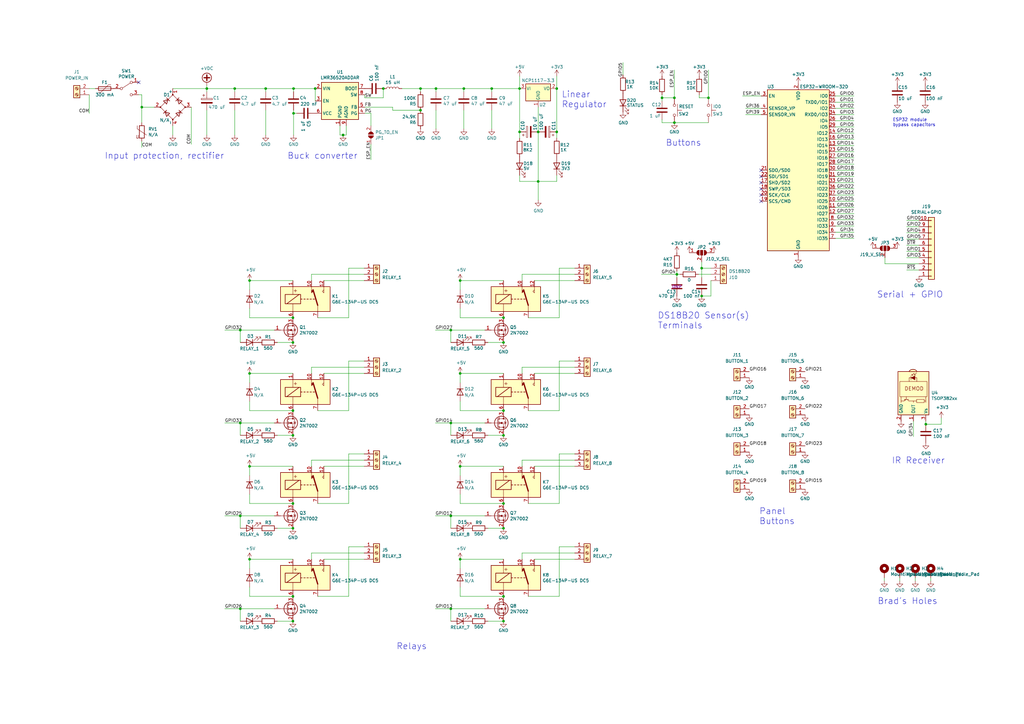
<source format=kicad_sch>
(kicad_sch (version 20211123) (generator eeschema)
  (paper "A3")
  (junction (at 213.106 36.322))
  (junction (at 120.142 206.502))
  (junction (at 190.246 36.322))
  (junction (at 98.552 249.682))
  (junction (at 129.286 36.322))
  (junction (at 120.142 140.462))
  (junction (at 188.722 229.362))
  (junction (at 277.622 112.522))
  (junction (at 188.722 153.162))
  (junction (at 184.912 135.382))
  (junction (at 108.966 36.322))
  (junction (at 96.266 36.322))
  (junction (at 213.106 54.102))
  (junction (at 290.576 40.132))
  (junction (at 120.142 168.402))
  (junction (at 172.466 36.322))
  (junction (at 98.552 135.382))
  (junction (at 206.502 130.302))
  (junction (at 206.502 140.462))
  (junction (at 287.782 121.412))
  (junction (at 276.606 50.292))
  (junction (at 228.346 36.322))
  (junction (at 271.526 40.132))
  (junction (at 228.346 54.102))
  (junction (at 102.362 153.162))
  (junction (at 120.142 254.762))
  (junction (at 102.362 191.262))
  (junction (at 206.502 168.402))
  (junction (at 98.552 211.582))
  (junction (at 102.362 115.062))
  (junction (at 98.552 173.482))
  (junction (at 206.502 178.562))
  (junction (at 84.836 36.322))
  (junction (at 379.73 173.99))
  (junction (at 120.396 36.322))
  (junction (at 140.716 55.372))
  (junction (at 276.606 40.132))
  (junction (at 157.226 36.322))
  (junction (at 188.722 115.062))
  (junction (at 220.726 54.102))
  (junction (at 184.912 211.582))
  (junction (at 120.396 46.482))
  (junction (at 206.502 244.602))
  (junction (at 206.502 206.502))
  (junction (at 120.142 130.302))
  (junction (at 120.142 244.602))
  (junction (at 287.782 109.982))
  (junction (at 206.502 254.762))
  (junction (at 184.912 249.682))
  (junction (at 184.912 173.482))
  (junction (at 172.466 45.212))
  (junction (at 102.362 229.362))
  (junction (at 188.722 191.262))
  (junction (at 220.726 74.422))
  (junction (at 120.142 178.562))
  (junction (at 178.816 36.322))
  (junction (at 206.502 216.662))
  (junction (at 201.676 36.322))
  (junction (at 120.142 216.662))
  (junction (at 58.166 43.942))
  (no_connect (at 312.166 74.93))
  (no_connect (at 312.166 69.85))
  (no_connect (at 312.166 80.01))
  (no_connect (at 312.166 77.47))
  (no_connect (at 312.166 82.55))
  (no_connect (at 56.896 33.782))
  (no_connect (at 312.166 72.39))
  (wire (pts (xy 220.726 74.422) (xy 213.106 74.422)))
  (wire (pts (xy 376.936 98.044) (xy 371.856 98.044)))
  (wire (pts (xy 220.726 43.942) (xy 220.726 54.102)))
  (wire (pts (xy 98.552 249.682) (xy 92.202 249.682)))
  (wire (pts (xy 188.722 153.162) (xy 188.722 156.972)))
  (wire (pts (xy 188.722 202.692) (xy 188.722 206.502)))
  (wire (pts (xy 102.362 115.062) (xy 102.362 118.872)))
  (wire (pts (xy 219.202 153.162) (xy 235.712 153.162)))
  (wire (pts (xy 350.266 92.71) (xy 342.646 92.71)))
  (wire (pts (xy 157.226 40.132) (xy 157.226 36.322)))
  (wire (pts (xy 235.712 109.982) (xy 229.362 109.982)))
  (wire (pts (xy 188.722 164.592) (xy 188.722 168.402)))
  (wire (pts (xy 132.842 115.062) (xy 149.352 115.062)))
  (wire (pts (xy 386.08 173.99) (xy 379.73 173.99)))
  (wire (pts (xy 371.856 105.664) (xy 376.936 105.664)))
  (wire (pts (xy 188.722 244.602) (xy 206.502 244.602)))
  (wire (pts (xy 381.762 238.252) (xy 381.762 236.982)))
  (wire (pts (xy 184.912 140.462) (xy 184.912 135.382)))
  (wire (pts (xy 102.362 229.362) (xy 102.362 233.172)))
  (wire (pts (xy 219.202 229.362) (xy 235.712 229.362)))
  (wire (pts (xy 149.352 188.722) (xy 127.762 188.722)))
  (wire (pts (xy 130.302 130.302) (xy 143.002 130.302)))
  (wire (pts (xy 98.552 216.662) (xy 98.552 211.582)))
  (wire (pts (xy 112.522 173.482) (xy 98.552 173.482)))
  (wire (pts (xy 108.966 36.322) (xy 96.266 36.322)))
  (wire (pts (xy 371.856 103.124) (xy 376.936 103.124)))
  (wire (pts (xy 342.646 59.69) (xy 350.266 59.69)))
  (wire (pts (xy 287.782 107.442) (xy 287.782 109.982)))
  (wire (pts (xy 143.002 148.082) (xy 149.352 148.082)))
  (wire (pts (xy 291.592 115.062) (xy 291.592 121.412)))
  (wire (pts (xy 286.512 112.522) (xy 291.592 112.522)))
  (wire (pts (xy 200.152 254.762) (xy 206.502 254.762)))
  (wire (pts (xy 350.266 82.55) (xy 342.646 82.55)))
  (wire (pts (xy 130.302 244.602) (xy 143.002 244.602)))
  (wire (pts (xy 386.08 171.45) (xy 386.08 173.99)))
  (wire (pts (xy 235.712 150.622) (xy 214.122 150.622)))
  (wire (pts (xy 132.842 153.162) (xy 149.352 153.162)))
  (wire (pts (xy 178.816 45.212) (xy 178.816 52.832)))
  (wire (pts (xy 190.246 45.212) (xy 190.246 52.832)))
  (wire (pts (xy 36.576 38.862) (xy 36.576 46.482)))
  (wire (pts (xy 201.676 37.592) (xy 201.676 36.322)))
  (wire (pts (xy 305.816 44.45) (xy 312.166 44.45)))
  (wire (pts (xy 219.202 191.262) (xy 235.712 191.262)))
  (wire (pts (xy 290.576 28.702) (xy 290.576 40.132)))
  (wire (pts (xy 139.446 55.372) (xy 140.716 55.372)))
  (wire (pts (xy 220.726 54.102) (xy 220.726 74.422)))
  (wire (pts (xy 84.836 55.372) (xy 84.836 45.212)))
  (wire (pts (xy 188.722 130.302) (xy 206.502 130.302)))
  (wire (pts (xy 200.152 216.662) (xy 206.502 216.662)))
  (wire (pts (xy 371.856 90.424) (xy 376.936 90.424)))
  (wire (pts (xy 369.062 238.252) (xy 369.062 236.982)))
  (wire (pts (xy 56.896 38.862) (xy 58.166 38.862)))
  (wire (pts (xy 276.606 50.292) (xy 271.526 50.292)))
  (wire (pts (xy 342.646 52.07) (xy 350.266 52.07)))
  (wire (pts (xy 188.722 206.502) (xy 206.502 206.502)))
  (wire (pts (xy 130.302 168.402) (xy 143.002 168.402)))
  (wire (pts (xy 143.002 224.282) (xy 143.002 244.602)))
  (wire (pts (xy 121.666 46.482) (xy 120.396 46.482)))
  (wire (pts (xy 130.302 206.502) (xy 143.002 206.502)))
  (wire (pts (xy 120.396 45.212) (xy 120.396 46.482)))
  (wire (pts (xy 350.266 72.39) (xy 342.646 72.39)))
  (wire (pts (xy 84.836 37.592) (xy 84.836 36.322)))
  (wire (pts (xy 58.166 60.452) (xy 58.166 57.912)))
  (wire (pts (xy 362.966 105.664) (xy 362.966 108.204)))
  (wire (pts (xy 70.866 51.562) (xy 70.866 55.372)))
  (wire (pts (xy 98.552 140.462) (xy 98.552 135.382)))
  (wire (pts (xy 98.552 211.582) (xy 92.202 211.582)))
  (wire (pts (xy 102.362 191.262) (xy 102.362 195.072)))
  (wire (pts (xy 198.882 173.482) (xy 184.912 173.482)))
  (wire (pts (xy 129.286 36.322) (xy 129.286 41.402)))
  (wire (pts (xy 206.502 191.262) (xy 188.722 191.262)))
  (wire (pts (xy 342.646 80.01) (xy 350.266 80.01)))
  (wire (pts (xy 216.662 168.402) (xy 229.362 168.402)))
  (wire (pts (xy 102.362 164.592) (xy 102.362 168.402)))
  (wire (pts (xy 132.842 229.362) (xy 149.352 229.362)))
  (wire (pts (xy 342.646 85.09) (xy 350.266 85.09)))
  (wire (pts (xy 229.362 109.982) (xy 229.362 130.302)))
  (wire (pts (xy 277.622 111.252) (xy 277.622 112.522)))
  (wire (pts (xy 371.856 100.584) (xy 376.936 100.584)))
  (wire (pts (xy 342.646 97.79) (xy 350.266 97.79)))
  (wire (pts (xy 58.166 38.862) (xy 58.166 43.942)))
  (wire (pts (xy 271.526 40.132) (xy 271.526 41.402)))
  (wire (pts (xy 184.912 249.682) (xy 178.562 249.682)))
  (wire (pts (xy 184.912 211.582) (xy 178.562 211.582)))
  (wire (pts (xy 216.662 244.602) (xy 229.362 244.602)))
  (wire (pts (xy 206.502 229.362) (xy 188.722 229.362)))
  (wire (pts (xy 188.722 191.262) (xy 188.722 195.072)))
  (wire (pts (xy 271.526 38.862) (xy 271.526 40.132)))
  (wire (pts (xy 220.726 74.422) (xy 220.726 82.042)))
  (wire (pts (xy 213.106 54.102) (xy 213.106 56.7014)))
  (wire (pts (xy 112.522 211.582) (xy 98.552 211.582)))
  (wire (pts (xy 287.782 109.982) (xy 287.782 113.792)))
  (wire (pts (xy 216.662 206.502) (xy 229.362 206.502)))
  (wire (pts (xy 120.396 46.482) (xy 120.396 55.372)))
  (wire (pts (xy 84.836 36.322) (xy 96.266 36.322)))
  (wire (pts (xy 102.362 206.502) (xy 120.142 206.502)))
  (wire (pts (xy 161.036 45.212) (xy 172.466 45.212)))
  (wire (pts (xy 184.912 254.762) (xy 184.912 249.682)))
  (wire (pts (xy 58.166 43.942) (xy 58.166 50.292)))
  (wire (pts (xy 376.936 92.964) (xy 371.856 92.964)))
  (wire (pts (xy 198.882 135.382) (xy 184.912 135.382)))
  (wire (pts (xy 98.552 173.482) (xy 92.202 173.482)))
  (wire (pts (xy 113.792 254.762) (xy 120.142 254.762)))
  (wire (pts (xy 286.766 38.862) (xy 286.766 40.132)))
  (wire (pts (xy 143.002 148.082) (xy 143.002 168.402)))
  (wire (pts (xy 178.816 37.592) (xy 178.816 36.322)))
  (wire (pts (xy 149.606 40.132) (xy 149.606 38.862)))
  (wire (pts (xy 149.352 112.522) (xy 127.762 112.522)))
  (wire (pts (xy 113.792 216.662) (xy 120.142 216.662)))
  (wire (pts (xy 143.002 109.982) (xy 143.002 130.302)))
  (wire (pts (xy 350.266 67.31) (xy 342.646 67.31)))
  (wire (pts (xy 350.266 57.15) (xy 342.646 57.15)))
  (wire (pts (xy 188.722 229.362) (xy 188.722 233.172)))
  (wire (pts (xy 127.762 112.522) (xy 127.762 115.062)))
  (wire (pts (xy 255.524 25.654) (xy 255.524 30.723)))
  (wire (pts (xy 271.526 40.132) (xy 276.606 40.132)))
  (wire (pts (xy 78.486 43.942) (xy 78.486 59.182)))
  (wire (pts (xy 102.362 168.402) (xy 120.142 168.402)))
  (wire (pts (xy 198.882 211.582) (xy 184.912 211.582)))
  (wire (pts (xy 108.966 37.592) (xy 108.966 36.322)))
  (wire (pts (xy 228.346 36.322) (xy 228.346 54.102)))
  (wire (pts (xy 206.502 153.162) (xy 188.722 153.162)))
  (wire (pts (xy 235.712 148.082) (xy 229.362 148.082)))
  (wire (pts (xy 342.646 64.77) (xy 350.266 64.77)))
  (wire (pts (xy 201.676 45.212) (xy 201.676 52.832)))
  (wire (pts (xy 149.352 150.622) (xy 127.762 150.622)))
  (wire (pts (xy 188.722 126.492) (xy 188.722 130.302)))
  (wire (pts (xy 141.986 55.372) (xy 140.716 55.372)))
  (wire (pts (xy 188.722 115.062) (xy 188.722 118.872)))
  (wire (pts (xy 213.106 74.422) (xy 213.106 71.9414)))
  (wire (pts (xy 172.466 37.592) (xy 172.466 36.322)))
  (wire (pts (xy 229.362 224.282) (xy 229.362 244.602)))
  (wire (pts (xy 286.766 40.132) (xy 290.576 40.132)))
  (wire (pts (xy 216.662 130.302) (xy 229.362 130.302)))
  (wire (pts (xy 277.622 112.522) (xy 278.892 112.522)))
  (wire (pts (xy 84.836 35.052) (xy 84.836 36.322)))
  (wire (pts (xy 102.362 130.302) (xy 120.142 130.302)))
  (wire (pts (xy 213.106 31.242) (xy 213.106 36.322)))
  (wire (pts (xy 149.606 40.132) (xy 157.226 40.132)))
  (wire (pts (xy 102.362 240.792) (xy 102.362 244.602)))
  (wire (pts (xy 149.352 186.182) (xy 143.002 186.182)))
  (wire (pts (xy 235.712 112.522) (xy 214.122 112.522)))
  (wire (pts (xy 291.592 121.412) (xy 287.782 121.412)))
  (wire (pts (xy 63.246 43.942) (xy 58.166 43.942)))
  (wire (pts (xy 206.502 115.062) (xy 188.722 115.062)))
  (wire (pts (xy 120.142 153.162) (xy 102.362 153.162)))
  (wire (pts (xy 229.362 148.082) (xy 229.362 168.402)))
  (wire (pts (xy 229.362 186.182) (xy 229.362 206.502)))
  (wire (pts (xy 188.722 240.792) (xy 188.722 244.602)))
  (wire (pts (xy 127.762 226.822) (xy 127.762 229.362)))
  (wire (pts (xy 228.346 74.422) (xy 228.346 71.871)))
  (wire (pts (xy 229.362 186.182) (xy 235.712 186.182)))
  (wire (pts (xy 102.362 202.692) (xy 102.362 206.502)))
  (wire (pts (xy 371.856 95.504) (xy 376.936 95.504)))
  (wire (pts (xy 200.152 140.462) (xy 206.502 140.462)))
  (wire (pts (xy 277.622 112.522) (xy 277.622 113.792)))
  (wire (pts (xy 229.362 224.282) (xy 235.712 224.282)))
  (wire (pts (xy 342.646 54.61) (xy 350.266 54.61)))
  (wire (pts (xy 276.606 28.702) (xy 276.606 40.132)))
  (wire (pts (xy 39.116 36.322) (xy 36.576 36.322)))
  (wire (pts (xy 143.002 109.982) (xy 149.352 109.982)))
  (wire (pts (xy 98.552 254.762) (xy 98.552 249.682)))
  (wire (pts (xy 304.546 39.37) (xy 312.166 39.37)))
  (wire (pts (xy 172.466 36.322) (xy 178.816 36.322)))
  (wire (pts (xy 350.266 46.99) (xy 342.646 46.99)))
  (wire (pts (xy 184.912 216.662) (xy 184.912 211.582)))
  (wire (pts (xy 287.782 109.982) (xy 291.592 109.982)))
  (wire (pts (xy 213.106 36.322) (xy 213.106 54.102)))
  (wire (pts (xy 102.362 244.602) (xy 120.142 244.602)))
  (wire (pts (xy 375.412 238.252) (xy 375.412 236.982)))
  (wire (pts (xy 228.346 31.242) (xy 228.346 36.322)))
  (wire (pts (xy 127.762 150.622) (xy 127.762 153.162)))
  (wire (pts (xy 235.712 188.722) (xy 214.122 188.722)))
  (wire (pts (xy 141.986 51.562) (xy 141.986 55.372)))
  (wire (pts (xy 350.266 41.91) (xy 342.646 41.91)))
  (wire (pts (xy 143.002 186.182) (xy 143.002 206.502)))
  (wire (pts (xy 342.646 39.37) (xy 350.266 39.37)))
  (wire (pts (xy 178.816 36.322) (xy 190.246 36.322)))
  (wire (pts (xy 98.552 135.382) (xy 92.202 135.382)))
  (wire (pts (xy 149.352 226.822) (xy 127.762 226.822)))
  (wire (pts (xy 108.966 36.322) (xy 120.396 36.322)))
  (wire (pts (xy 362.966 108.204) (xy 376.936 108.204)))
  (wire (pts (xy 98.552 178.562) (xy 98.552 173.482)))
  (wire (pts (xy 102.362 126.492) (xy 102.362 130.302)))
  (wire (pts (xy 342.646 74.93) (xy 350.266 74.93)))
  (wire (pts (xy 127.762 188.722) (xy 127.762 191.262)))
  (wire (pts (xy 96.266 55.372) (xy 96.266 45.212)))
  (wire (pts (xy 342.646 95.25) (xy 350.266 95.25)))
  (wire (pts (xy 350.266 62.23) (xy 342.646 62.23)))
  (wire (pts (xy 112.522 249.682) (xy 98.552 249.682)))
  (wire (pts (xy 96.266 37.592) (xy 96.266 36.322)))
  (wire (pts (xy 188.722 168.402) (xy 206.502 168.402)))
  (wire (pts (xy 184.912 135.382) (xy 178.562 135.382)))
  (wire (pts (xy 305.816 46.99) (xy 312.166 46.99)))
  (wire (pts (xy 290.576 50.292) (xy 276.606 50.292)))
  (wire (pts (xy 143.002 224.282) (xy 149.352 224.282)))
  (wire (pts (xy 120.142 115.062) (xy 102.362 115.062)))
  (wire (pts (xy 362.712 238.252) (xy 362.712 236.982)))
  (wire (pts (xy 214.122 188.722) (xy 214.122 191.262)))
  (wire (pts (xy 200.152 178.562) (xy 206.502 178.562)))
  (wire (pts (xy 152.146 65.532) (xy 152.146 59.182)))
  (wire (pts (xy 190.246 36.322) (xy 201.676 36.322)))
  (wire (pts (xy 214.122 150.622) (xy 214.122 153.162)))
  (wire (pts (xy 271.272 112.522) (xy 277.622 112.522)))
  (wire (pts (xy 214.122 112.522) (xy 214.122 115.062)))
  (wire (pts (xy 112.522 135.382) (xy 98.552 135.382)))
  (wire (pts (xy 161.036 43.942) (xy 161.036 45.212)))
  (wire (pts (xy 201.676 36.322) (xy 213.106 36.322)))
  (wire (pts (xy 184.912 173.482) (xy 178.562 173.482)))
  (wire (pts (xy 228.346 54.102) (xy 228.346 56.631)))
  (wire (pts (xy 371.856 110.744) (xy 376.936 110.744)))
  (wire (pts (xy 190.246 37.592) (xy 190.246 36.322)))
  (wire (pts (xy 342.646 69.85) (xy 350.266 69.85)))
  (wire (pts (xy 184.912 178.562) (xy 184.912 173.482)))
  (wire (pts (xy 102.362 153.162) (xy 102.362 156.972)))
  (wire (pts (xy 108.966 55.372) (xy 108.966 45.212)))
  (wire (pts (xy 149.606 46.482) (xy 152.146 46.482)))
  (wire (pts (xy 214.122 226.822) (xy 214.122 229.362)))
  (wire (pts (xy 342.646 49.53) (xy 350.266 49.53)))
  (wire (pts (xy 271.526 50.292) (xy 271.526 49.022)))
  (wire (pts (xy 113.792 178.562) (xy 120.142 178.562)))
  (wire (pts (xy 220.726 74.422) (xy 228.346 74.422)))
  (wire (pts (xy 120.142 191.262) (xy 102.362 191.262)))
  (wire (pts (xy 70.866 36.322) (xy 84.836 36.322)))
  (wire (pts (xy 113.792 140.462) (xy 120.142 140.462)))
  (wire (pts (xy 342.646 44.45) (xy 350.266 44.45)))
  (wire (pts (xy 350.266 87.63) (xy 342.646 87.63)))
  (wire (pts (xy 120.396 36.322) (xy 129.286 36.322)))
  (wire (pts (xy 219.202 115.062) (xy 235.712 115.062)))
  (wire (pts (xy 139.446 51.562) (xy 139.446 55.372)))
  (wire (pts (xy 235.712 226.822) (xy 214.122 226.822)))
  (wire (pts (xy 120.142 229.362) (xy 102.362 229.362)))
  (wire (pts (xy 152.146 46.482) (xy 152.146 51.562)))
  (wire (pts (xy 164.846 36.322) (xy 172.466 36.322)))
  (wire (pts (xy 342.646 90.17) (xy 350.266 90.17)))
  (wire (pts (xy 379.73 173.99) (xy 379.73 172.72)))
  (wire (pts (xy 374.65 172.72) (xy 374.65 179.07)))
  (wire (pts (xy 120.396 37.592) (xy 120.396 36.322)))
  (wire (pts (xy 132.842 191.262) (xy 149.352 191.262)))
  (wire (pts (xy 149.606 43.942) (xy 161.036 43.942)))
  (wire (pts (xy 350.266 77.47) (xy 342.646 77.47)))
  (wire (pts (xy 198.882 249.682) (xy 184.912 249.682)))
  (text "Buttons" (at 273.05 60.198 0) (effects (font (size 2.54 2.54)) (justify left bottom)))
  (text "Buck converter" (at 117.856 65.532 0) (effects (font (size 2.54 2.54)) (justify left bottom)))
  (text "DS18B20 Sensor(s)\nTerminals" (at 269.748 135.128 0) (effects (font (size 2.54 2.54)) (justify left bottom)))
  (text "ESP32 module\nbypass capacitors" (at 366.141 52.07 0) (effects (font (size 1.27 1.27)) (justify left bottom)))
  (text "Linear\nRegulator" (at 230.378 44.45 0) (effects (font (size 2.54 2.54)) (justify left bottom)))
  (text "Input protection, rectifier" (at 42.926 65.532 0) (effects (font (size 2.54 2.54)) (justify left bottom)))
  (text "Panel\nButtons" (at 311.404 215.392 0) (effects (font (size 2.54 2.54)) (justify left bottom)))
  (text "Relays" (at 162.56 266.7 0) (effects (font (size 2.54 2.54)) (justify left bottom)))
  (text "IR Receiver" (at 365.76 190.5 0) (effects (font (size 2.54 2.54)) (justify left bottom)))
  (text "Brad's Holes" (at 359.918 248.158 0) (effects (font (size 2.54 2.54)) (justify left bottom)))
  (text "Serial + GPIO" (at 359.664 122.428 0) (effects (font (size 2.54 2.54)) (justify left bottom)))
  (label "GPIO14" (at 350.266 59.69 180))
  (label "GPIO15" (at 330.2 198.12 0))
  (label "GPIO12" (at 350.266 54.61 180))
  (label "GPIO14" (at 178.562 173.482 0))
  (label "GPIO22" (at 330.2 167.64 0))
  (label "GPIO26" (at 92.202 249.682 0))
  (label "GPI34" (at 374.65 179.07 90))
  (label "GPIO27" (at 350.266 87.63 180))
  (label "GPIO4" (at 350.266 49.53 180))
  (label "GPIO17" (at 350.266 67.31 180))
  (label "~{DTR}" (at 371.856 100.584 0))
  (label "GPIO1" (at 371.856 103.124 0))
  (label "GPI34" (at 350.266 95.25 180))
  (label "GPIO19" (at 350.266 72.39 180))
  (label "~{RTS}" (at 371.856 110.744 0))
  (label "GPIO2" (at 350.266 44.45 180))
  (label "GPIO17" (at 307.34 167.64 0))
  (label "GPIO2" (at 371.856 92.964 0))
  (label "GPIO23" (at 330.2 182.88 0))
  (label "GPIO0" (at 371.856 90.424 0))
  (label "GPIO13" (at 178.562 249.682 0))
  (label "GPIO3" (at 371.856 105.664 0))
  (label "GPIO32" (at 92.202 135.382 0))
  (label "GPIO32" (at 350.266 90.17 180))
  (label "GPIO22" (at 350.266 77.47 180))
  (label "GPIO16" (at 350.266 64.77 180))
  (label "GPIO26" (at 350.266 85.09 180))
  (label "GPIO27" (at 178.562 135.382 0))
  (label "GPIO23" (at 350.266 80.01 180))
  (label "GPIO15" (at 350.266 62.23 180))
  (label "GPIO19" (at 307.34 198.12 0))
  (label "GPIO0" (at 290.576 28.702 270))
  (label "GPIO21" (at 350.266 74.93 180))
  (label "GPIO25" (at 350.266 82.55 180))
  (label "GPI39" (at 305.816 46.99 0))
  (label "ESP_EN" (at 304.546 39.37 0))
  (label "GPIO18" (at 350.266 69.85 180))
  (label "GPIO4" (at 371.856 95.504 0))
  (label "GPIO16" (at 307.34 152.4 0))
  (label "GPI35" (at 350.266 97.79 180))
  (label "SW" (at 149.606 40.132 0))
  (label "GPIO4" (at 271.272 112.522 0))
  (label "GPIO0" (at 350.266 39.37 180))
  (label "COM" (at 36.576 46.482 180))
  (label "GPIO12" (at 178.562 211.582 0))
  (label "GPI36" (at 305.816 44.45 0))
  (label "GPIO5" (at 255.524 25.654 270))
  (label "GPIO33" (at 350.266 92.71 180))
  (label "PG" (at 149.606 46.482 0))
  (label "GPIO25" (at 92.202 211.582 0))
  (label "GPIO21" (at 330.2 152.4 0))
  (label "GPIO5" (at 350.266 52.07 180))
  (label "GPIO5" (at 371.856 98.044 0))
  (label "COM" (at 58.166 60.452 0))
  (label "GPIO33" (at 92.202 173.482 0))
  (label "FB" (at 149.606 43.942 0))
  (label "GPIO13" (at 350.266 57.15 180))
  (label "GPIO3" (at 350.266 46.99 180))
  (label "ESP_EN" (at 276.606 28.702 270))
  (label "GPIO18" (at 307.34 182.88 0))
  (label "GPIO1" (at 350.266 41.91 180))
  (label "ESP_EN" (at 152.146 65.532 90))
  (label "COM" (at 78.486 59.182 90))
  (symbol (lib_id "power:GND") (at 96.266 55.372 0) (unit 1)
    (property "Reference" "#PWR04" (effects hide))
    (property "Value" "GND" (at 96.266 59.182 0))
  )
  (symbol (lib_id "RF_Module:ESP32-WROOM-32D") (at 327.406 69.85 0) (unit 1)
    (property "Reference" "U3" (at 314.706 35.56 0) (effects (justify left)))
    (property "Value" "ESP32-WROOM-32D" (at 328.041 35.56 0) (effects (justify left)))
    (property "Footprint" "RF_Module:ESP32-WROOM-32" (effects hide))
    (property "Datasheet" "https://www.espressif.com/sites/default/files/documentation/esp32-wroom-32d_esp32-wroom-32u_datasheet_en.pdf" (effects hide))
    (property "MPN1" "ESP32-WROOM-32D" (effects hide))
  )
  (symbol (lib_id "Regulator_Linear:NCP1117-3.3_TO252") (at 220.726 36.322 0) (unit 1)
    (property "Reference" "U2" (at 222.504 42.926 0))
    (property "Value" "NCP1117-3.3" (at 220.726 33.02 0))
    (property "Footprint" "Package_TO_SOT_SMD:TO-252-2" (effects hide))
    (property "Datasheet" "http://www.onsemi.com/pub_link/Collateral/NCP1117-D.PDF" (effects hide))
  )
  (symbol (lib_id "power:+3.3V") (at 368.046 34.29 0) (unit 1)
    (property "Reference" "#PWR052" (effects hide))
    (property "Value" "+3.3V" (at 368.046 30.48 0))
  )
  (symbol (lib_id "power:+5V") (at 102.362 229.362 0) (unit 1)
    (property "Reference" "#PWR08" (effects hide))
    (property "Value" "+5V" (at 102.743 224.9678 0))
  )
  (symbol (lib_id "Device:C") (at 190.246 41.402 0) (unit 1)
    (property "Reference" "C8" (at 193.167 40.2336 0) (effects (justify left)))
    (property "Value" "47 uF" (at 193.167 42.545 0) (effects (justify left)))
    (property "Footprint" "Capacitor_SMD:C_1210_3225Metric" (effects hide))
    (property "MPN1" "GRM32ER61C476KE15L" (effects hide))
  )
  (symbol (lib_id "Connector:Screw_Terminal_01x02") (at 31.496 38.862 180) (unit 1)
    (property "Reference" "J1" (at 31.496 29.464 0))
    (property "Value" "POWER_IN" (at 31.496 32.004 0))
    (property "Footprint" "TerminalBlock_Phoenix:TerminalBlock_Phoenix_PT-1,5-2-3.5-H_1x02_P3.50mm_Horizontal" (effects hide))
  )
  (symbol (lib_id "power:GND") (at 307.34 185.42 0) (unit 1)
    (property "Reference" "#PWR042" (effects hide))
    (property "Value" "GND" (at 307.34 189.23 0))
  )
  (symbol (lib_id "Device:LED") (at 255.524 42.153 90) (unit 1)
    (property "Reference" "D20" (at 257.048 41.148 90) (effects (justify right)))
    (property "Value" "STATUS" (at 257.048 43.18 90) (effects (justify right)))
    (property "Footprint" "LED_SMD:LED_0805_2012Metric" (effects hide))
    (property "MPN1" "597-6901-607F" (effects hide))
  )
  (symbol (lib_id "Device:R") (at 109.982 178.562 270) (unit 1)
    (property "Reference" "R2" (at 109.982 176.276 90))
    (property "Value" "560" (at 109.982 180.848 90))
    (property "Footprint" "Resistor_SMD:R_0805_2012Metric" (effects hide))
    (property "MPN1" "RT0805FRE07560RL" (effects hide))
  )
  (symbol (lib_id "Switch:SW_SPDT") (at 51.816 36.322 0) (unit 1)
    (property "Reference" "SW1" (at 51.816 29.083 0))
    (property "Value" "POWER" (at 51.816 31.3944 0))
    (property "Footprint" "Button_Switch_THT:SW_Push_1P2T_Vertical_E-Switch_800UDP8P1A1M6" (effects hide))
    (property "MPN1" "48BFSP1M6QT" (effects hide))
  )
  (symbol (lib_id "Device:C") (at 368.046 38.1 0) (unit 1)
    (property "Reference" "C15" (at 370.332 35.814 0))
    (property "Value" "10 uF" (at 371.348 40.386 0))
    (property "Footprint" "Capacitor_SMD:C_0805_2012Metric" (effects hide))
    (property "MPN1" "GRM21BC81C106ME15L" (effects hide))
  )
  (symbol (lib_id "power:GND") (at 379.476 41.91 0) (unit 1)
    (property "Reference" "#PWR060" (effects hide))
    (property "Value" "GND" (at 379.476 45.72 0))
  )
  (symbol (lib_id "power:GND") (at 140.716 55.372 0) (unit 1)
    (property "Reference" "#PWR015" (effects hide))
    (property "Value" "GND" (at 140.716 59.182 0))
  )
  (symbol (lib_id "Device:R") (at 282.702 112.522 90) (unit 1)
    (property "Reference" "R16" (at 280.67 110.236 90) (effects (justify right)))
    (property "Value" "0" (at 281.94 114.808 90) (effects (justify right)))
    (property "Footprint" "Resistor_SMD:R_0805_2012Metric" (effects hide))
    (property "Part" "RC0805FR-070RL" (effects hide))
  )
  (symbol (lib_id "power:+3.3V") (at 379.476 34.29 0) (unit 1)
    (property "Reference" "#PWR059" (effects hide))
    (property "Value" "+3.3V" (at 379.476 30.48 0))
  )
  (symbol (lib_id "power:GND") (at 120.142 140.462 0) (unit 1)
    (property "Reference" "#PWR010" (effects hide))
    (property "Value" "GND" (at 120.142 144.272 0))
  )
  (symbol (lib_id "Connector:Screw_Terminal_01x03") (at 154.432 188.722 0) (unit 1)
    (property "Reference" "J4" (at 156.718 187.4519 0) (effects (justify left)))
    (property "Value" "RELAY_4" (at 156.718 189.9919 0) (effects (justify left)))
    (property "Footprint" "TerminalBlock_Phoenix:TerminalBlock_Phoenix_PT-1,5-3-3.5-H_1x03_P3.50mm_Horizontal" (effects hide))
  )
  (symbol (lib_id "Transistor_FET:2N7002") (at 203.962 135.382 0) (unit 1)
    (property "Reference" "Q5" (at 209.1436 134.2136 0) (effects (justify left)))
    (property "Value" "2N7002" (at 209.1436 136.525 0) (effects (justify left)))
    (property "Footprint" "Package_TO_SOT_SMD:SOT-23" (effects hide))
    (property "Datasheet" "https://www.fairchildsemi.com/datasheets/2N/2N7002.pdf" (effects hide))
    (property "MPN1" "2N7002" (effects hide))
  )
  (symbol (lib_id "Diode:1N4148W") (at 188.722 198.882 270) (unit 1)
    (property "Reference" "D14" (at 190.5 197.612 90) (effects (justify left)))
    (property "Value" "N/A" (at 190.5 200.152 90) (effects (justify left)))
    (property "Footprint" "Diode_SMD:D_SOD-123" (effects hide))
    (property "Datasheet" "https://www.vishay.com/docs/85748/1n4148w.pdf" (effects hide))
    (property "MPN1" "1N4148W" (effects hide))
  )
  (symbol (lib_id "Device:LED") (at 102.362 254.762 180) (unit 1)
    (property "Reference" "D9" (at 101.346 252.222 0) (effects (justify right)))
    (property "Value" "RELAY_3" (at 98.298 257.302 0) (effects (justify right)))
    (property "Footprint" "LED_SMD:LED_0805_2012Metric" (effects hide))
    (property "MPN1" "APTL3216CGCK" (effects hide))
  )
  (symbol (lib_id "Device:R") (at 271.526 35.052 0) (unit 1)
    (property "Reference" "R14" (at 268.224 34.036 0))
    (property "Value" "10K" (at 268.224 36.068 0))
    (property "Footprint" "Resistor_SMD:R_0805_2012Metric" (effects hide))
    (property "MPN1" "RC0805FR-0710KL" (effects hide))
  )
  (symbol (lib_id "power:+3V3") (at 292.862 103.632 0) (unit 1)
    (property "Reference" "#PWR039" (effects hide))
    (property "Value" "+3V3" (at 292.862 99.822 0))
  )
  (symbol (lib_id "Jumper:SolderJumper_3_Open") (at 362.966 101.854 0) (unit 1)
    (property "Reference" "JP3" (at 362.966 99.568 0))
    (property "Value" "J19_V_SEL" (at 357.632 104.394 0))
    (property "Footprint" "Jumper:SolderJumper-3_P1.3mm_Open_RoundedPad1.0x1.5mm" (effects hide))
    (property "Population" "DNF" (effects hide))
    (property "MPN1" "N/A" (effects hide))
  )
  (symbol (lib_id "power:GND") (at 70.866 55.372 0) (unit 1)
    (property "Reference" "#PWR01" (effects hide))
    (property "Value" "GND" (at 70.866 59.182 0))
  )
  (symbol (lib_id "Device:R") (at 109.982 140.462 270) (unit 1)
    (property "Reference" "R1" (at 109.982 138.176 90))
    (property "Value" "560" (at 109.982 142.748 90))
    (property "Footprint" "Resistor_SMD:R_0805_2012Metric" (effects hide))
    (property "MPN1" "RT0805FRE07560RL" (effects hide))
  )
  (symbol (lib_id "Device:LED") (at 188.722 178.562 180) (unit 1)
    (property "Reference" "D13" (at 187.706 176.022 0) (effects (justify right)))
    (property "Value" "RELAY_6" (at 184.658 181.102 0) (effects (justify right)))
    (property "Footprint" "LED_SMD:LED_0805_2012Metric" (effects hide))
    (property "MPN1" "APTL3216CGCK" (effects hide))
  )
  (symbol (lib_id "power:GND") (at 330.2 185.42 0) (unit 1)
    (property "Reference" "#PWR048" (effects hide))
    (property "Value" "GND" (at 330.2 189.23 0))
  )
  (symbol (lib_id "Connector_Generic:Conn_01x10") (at 382.016 103.124 0) (mirror x) (unit 1)
    (property "Reference" "J19" (at 379.9332 84.709 0))
    (property "Value" "SERIAL+GPIO" (at 379.9332 87.0204 0))
    (property "Footprint" "Connector_PinSocket_2.54mm:PinSocket_1x10_P2.54mm_Vertical" (effects hide))
  )
  (symbol (lib_id "power:GND") (at 362.712 238.252 0) (unit 1)
    (property "Reference" "#PWR051" (effects hide))
    (property "Value" "GND" (at 362.712 242.062 0))
  )
  (symbol (lib_id "Connector:Screw_Terminal_01x02") (at 325.12 154.94 180) (unit 1)
    (property "Reference" "J15" (at 325.12 145.542 0))
    (property "Value" "BUTTON_5" (at 325.12 148.082 0))
    (property "Footprint" "TerminalBlock_Phoenix:TerminalBlock_Phoenix_PT-1,5-2-3.5-H_1x02_P3.50mm_Horizontal" (effects hide))
  )
  (symbol (lib_id "Transistor_FET:2N7002") (at 117.602 173.482 0) (unit 1)
    (property "Reference" "Q2" (at 122.7836 172.3136 0) (effects (justify left)))
    (property "Value" "2N7002" (at 122.7836 174.625 0) (effects (justify left)))
    (property "Footprint" "Package_TO_SOT_SMD:SOT-23" (effects hide))
    (property "Datasheet" "https://www.fairchildsemi.com/datasheets/2N/2N7002.pdf" (effects hide))
    (property "MPN1" "2N7002" (effects hide))
  )
  (symbol (lib_id "Device:C") (at 96.266 41.402 0) (unit 1)
    (property "Reference" "C2" (at 98.806 40.132 0) (effects (justify left)))
    (property "Value" "4.7 uF" (at 98.806 42.672 0) (effects (justify left)))
    (property "Footprint" "Capacitor_SMD:C_0805_2012Metric" (effects hide))
    (property "MPN1" "C2012X5R1H475K125AB" (effects hide))
  )
  (symbol (lib_id "Device:C") (at 271.526 45.212 0) (unit 1)
    (property "Reference" "C12" (at 269.24 42.926 0))
    (property "Value" "1 uF" (at 268.732 47.498 0))
    (property "Footprint" "Capacitor_SMD:C_0805_2012Metric" (effects hide))
    (property "MPN1" "C2012X5R1E105M125AA" (effects hide))
  )
  (symbol (lib_id "Diode:1N4148W") (at 188.722 236.982 270) (unit 1)
    (property "Reference" "D16" (at 190.5 235.712 90) (effects (justify left)))
    (property "Value" "N/A" (at 190.5 238.252 90) (effects (justify left)))
    (property "Footprint" "Diode_SMD:D_SOD-123" (effects hide))
    (property "Datasheet" "https://www.vishay.com/docs/85748/1n4148w.pdf" (effects hide))
    (property "MPN1" "1N4148W" (effects hide))
  )
  (symbol (lib_id "Relay:G6E") (at 125.222 198.882 0) (unit 1)
    (property "Reference" "K3" (at 136.144 197.7136 0) (effects (justify left)))
    (property "Value" "G6E-134P-US DC5" (at 136.144 200.025 0) (effects (justify left)))
    (property "Footprint" "Relay_THT:Relay_SPDT_Omron_G6E" (effects hide))
    (property "Datasheet" "https://www.omron.com/ecb/products/pdf/en-g6e.pdf" (effects hide))
    (property "MPN1" "G6E-134P-US DC5" (effects hide))
  )
  (symbol (lib_id "Regulator_Switching:LMR33630ADDA") (at 139.446 41.402 0) (unit 1)
    (property "Reference" "U1" (at 139.446 29.5402 0))
    (property "Value" "LMR36520ADDAR" (at 139.446 31.8516 0))
    (property "Footprint" "Package_SO:Texas_HSOP-8-1EP_3.9x4.9mm_P1.27mm_ThermalVias" (effects hide))
    (property "Datasheet" "https://www.ti.com/lit/ds/symlink/lmr36520.pdf" (effects hide))
    (property "MPN1" "LMR36520ADDAR" (effects hide))
  )
  (symbol (lib_id "Relay:G6E") (at 125.222 236.982 0) (unit 1)
    (property "Reference" "K4" (at 136.144 235.8136 0) (effects (justify left)))
    (property "Value" "G6E-134P-US DC5" (at 136.144 238.125 0) (effects (justify left)))
    (property "Footprint" "Relay_THT:Relay_SPDT_Omron_G6E" (effects hide))
    (property "Datasheet" "https://www.omron.com/ecb/products/pdf/en-g6e.pdf" (effects hide))
    (property "MPN1" "G6E-134P-US DC5" (effects hide))
  )
  (symbol (lib_id "power:+5V") (at 102.362 153.162 0) (unit 1)
    (property "Reference" "#PWR06" (effects hide))
    (property "Value" "+5V" (at 102.743 148.7678 0))
  )
  (symbol (lib_id "power:+3.3V") (at 386.08 171.45 0) (unit 1)
    (property "Reference" "#PWR063" (effects hide))
    (property "Value" "+3.3V" (at 386.461 167.0558 0))
  )
  (symbol (lib_id "power:GND") (at 120.142 254.762 0) (unit 1)
    (property "Reference" "#PWR013" (effects hide))
    (property "Value" "GND" (at 120.142 258.572 0))
  )
  (symbol (lib_id "power:GND") (at 368.046 41.91 0) (unit 1)
    (property "Reference" "#PWR053" (effects hide))
    (property "Value" "GND" (at 368.046 45.72 0))
  )
  (symbol (lib_id "Device:LED") (at 102.362 216.662 180) (unit 1)
    (property "Reference" "D7" (at 101.346 214.122 0) (effects (justify right)))
    (property "Value" "RELAY_4" (at 98.298 219.202 0) (effects (justify right)))
    (property "Footprint" "LED_SMD:LED_0805_2012Metric" (effects hide))
    (property "MPN1" "APTL3216CGCK" (effects hide))
  )
  (symbol (lib_id "Connector:Screw_Terminal_01x02") (at 325.12 185.42 180) (unit 1)
    (property "Reference" "J17" (at 325.12 176.022 0))
    (property "Value" "BUTTON_7" (at 325.12 178.562 0))
    (property "Footprint" "TerminalBlock_Phoenix:TerminalBlock_Phoenix_PT-1,5-2-3.5-H_1x02_P3.50mm_Horizontal" (effects hide))
  )
  (symbol (lib_id "power:GND") (at 327.406 105.41 0) (unit 1)
    (property "Reference" "#PWR045" (effects hide))
    (property "Value" "GND" (at 327.406 109.22 0))
  )
  (symbol (lib_id "Device:LED") (at 188.722 254.762 180) (unit 1)
    (property "Reference" "D17" (at 187.706 252.222 0) (effects (justify right)))
    (property "Value" "RELAY_7" (at 184.658 257.302 0) (effects (justify right)))
    (property "Footprint" "LED_SMD:LED_0805_2012Metric" (effects hide))
    (property "MPN1" "APTL3216CGCK" (effects hide))
  )
  (symbol (lib_id "Connector:Screw_Terminal_01x03") (at 154.432 226.822 0) (unit 1)
    (property "Reference" "J5" (at 156.718 225.5519 0) (effects (justify left)))
    (property "Value" "RELAY_3" (at 156.718 228.0919 0) (effects (justify left)))
    (property "Footprint" "TerminalBlock_Phoenix:TerminalBlock_Phoenix_PT-1,5-3-3.5-H_1x03_P3.50mm_Horizontal" (effects hide))
  )
  (symbol (lib_id "Device:C") (at 201.676 41.402 0) (unit 1)
    (property "Reference" "C9" (at 204.597 40.2336 0) (effects (justify left)))
    (property "Value" "47 uF" (at 204.597 42.545 0) (effects (justify left)))
    (property "Footprint" "Capacitor_SMD:C_1210_3225Metric" (effects hide))
    (property "MPN1" "GRM32ER61C476KE15L" (effects hide))
  )
  (symbol (lib_id "Device:LED") (at 102.362 178.562 180) (unit 1)
    (property "Reference" "D5" (at 101.346 176.022 0) (effects (justify right)))
    (property "Value" "RELAY_2" (at 98.298 181.102 0) (effects (justify right)))
    (property "Footprint" "LED_SMD:LED_0805_2012Metric" (effects hide))
    (property "MPN1" "APTL3216CGCK" (effects hide))
  )
  (symbol (lib_id "power:GND") (at 178.816 52.832 0) (unit 1)
    (property "Reference" "#PWR017" (effects hide))
    (property "Value" "GND" (at 178.816 56.642 0))
  )
  (symbol (lib_id "Relay:G6E") (at 211.582 122.682 0) (unit 1)
    (property "Reference" "K5" (at 222.504 121.5136 0) (effects (justify left)))
    (property "Value" "G6E-134P-US DC5" (at 222.504 123.825 0) (effects (justify left)))
    (property "Footprint" "Relay_THT:Relay_SPDT_Omron_G6E" (effects hide))
    (property "Datasheet" "https://www.omron.com/ecb/products/pdf/en-g6e.pdf" (effects hide))
    (property "MPN1" "G6E-134P-US DC5" (effects hide))
  )
  (symbol (lib_id "Interface_Optical:TSOP382xx") (at 374.65 162.56 270) (unit 1)
    (property "Reference" "U4" (at 381.9652 161.0868 90) (effects (justify left)))
    (property "Value" "TSOP382xx" (at 381.9652 163.3982 90) (effects (justify left)))
    (property "Footprint" "OptoDevice:Vishay_MINICAST-3Pin" (effects hide))
    (property "Datasheet" "http://www.vishay.com/docs/82491/tsop382.pdf" (effects hide))
  )
  (symbol (lib_id "Device:LED") (at 213.106 68.1314 90) (unit 1)
    (property "Reference" "D18" (at 214.63 67.056 90) (effects (justify right)))
    (property "Value" "5V" (at 214.63 69.088 90) (effects (justify right)))
    (property "Footprint" "LED_SMD:LED_0805_2012Metric" (effects hide))
    (property "MPN1" "597-6901-607F" (effects hide))
  )
  (symbol (lib_id "Relay:G6E") (at 125.222 160.782 0) (unit 1)
    (property "Reference" "K2" (at 136.144 159.6136 0) (effects (justify left)))
    (property "Value" "G6E-134P-US DC5" (at 136.144 161.925 0) (effects (justify left)))
    (property "Footprint" "Relay_THT:Relay_SPDT_Omron_G6E" (effects hide))
    (property "Datasheet" "https://www.omron.com/ecb/products/pdf/en-g6e.pdf" (effects hide))
    (property "MPN1" "G6E-134P-US DC5" (effects hide))
  )
  (symbol (lib_id "power:+3V3") (at 327.406 34.29 0) (unit 1)
    (property "Reference" "#PWR044" (effects hide))
    (property "Value" "+3V3" (at 327.406 30.48 0))
  )
  (symbol (lib_id "power:+5V") (at 357.886 101.854 0) (unit 1)
    (property "Reference" "#PWR050" (effects hide))
    (property "Value" "+5V" (at 357.886 98.044 0))
  )
  (symbol (lib_id "Device:Polyfuse") (at 42.926 36.322 270) (unit 1)
    (property "Reference" "F1" (at 42.926 33.782 90))
    (property "Value" "300 mA" (at 42.926 38.862 90))
    (property "Footprint" "Fuse:Fuse_2920_7451Metric" (effects hide))
    (property "Datasheet" "http://m.littelfuse.com/~/media/electronics/datasheets/resettable_ptcs/littelfuse_ptc_2920l_datasheet.pdf.pdf" (effects hide))
    (property "MPN1" "2920L030DR" (effects hide))
  )
  (symbol (lib_id "Connector:Screw_Terminal_01x03") (at 240.792 188.722 0) (unit 1)
    (property "Reference" "J8" (at 243.078 187.4519 0) (effects (justify left)))
    (property "Value" "RELAY_8" (at 243.078 189.9919 0) (effects (justify left)))
    (property "Footprint" "TerminalBlock_Phoenix:TerminalBlock_Phoenix_PT-1,5-3-3.5-H_1x03_P3.50mm_Horizontal" (effects hide))
  )
  (symbol (lib_id "Device:R") (at 109.982 216.662 270) (unit 1)
    (property "Reference" "R3" (at 109.982 214.376 90))
    (property "Value" "560" (at 109.982 218.948 90))
    (property "Footprint" "Resistor_SMD:R_0805_2012Metric" (effects hide))
    (property "MPN1" "RT0805FRE07560RL" (effects hide))
  )
  (symbol (lib_id "power:GND") (at 206.502 178.562 0) (unit 1)
    (property "Reference" "#PWR025" (effects hide))
    (property "Value" "GND" (at 206.502 182.372 0))
  )
  (symbol (lib_id "Connector:Screw_Terminal_01x03") (at 240.792 150.622 0) (unit 1)
    (property "Reference" "J7" (at 243.078 149.3519 0) (effects (justify left)))
    (property "Value" "RELAY_6" (at 243.078 151.8919 0) (effects (justify left)))
    (property "Footprint" "TerminalBlock_Phoenix:TerminalBlock_Phoenix_PT-1,5-3-3.5-H_1x03_P3.50mm_Horizontal" (effects hide))
  )
  (symbol (lib_id "Device:R") (at 172.466 41.402 0) (unit 1)
    (property "Reference" "R5" (at 170.688 42.5704 0) (effects (justify right)))
    (property "Value" "100K" (at 170.688 40.259 0) (effects (justify right)))
    (property "Footprint" "Resistor_SMD:R_0805_2012Metric" (effects hide))
    (property "MPN1" "RC0805FR-07100KL" (effects hide))
  )
  (symbol (lib_id "Transistor_FET:2N7002") (at 117.602 135.382 0) (unit 1)
    (property "Reference" "Q1" (at 122.7836 134.2136 0) (effects (justify left)))
    (property "Value" "2N7002" (at 122.7836 136.525 0) (effects (justify left)))
    (property "Footprint" "Package_TO_SOT_SMD:SOT-23" (effects hide))
    (property "Datasheet" "https://www.fairchildsemi.com/datasheets/2N/2N7002.pdf" (effects hide))
    (property "MPN1" "2N7002" (effects hide))
  )
  (symbol (lib_id "Connector:Screw_Terminal_01x02") (at 325.12 170.18 180) (unit 1)
    (property "Reference" "J16" (at 325.12 160.782 0))
    (property "Value" "BUTTON_6" (at 325.12 163.322 0))
    (property "Footprint" "TerminalBlock_Phoenix:TerminalBlock_Phoenix_PT-1,5-2-3.5-H_1x02_P3.50mm_Horizontal" (effects hide))
  )
  (symbol (lib_id "power:GND") (at 120.142 178.562 0) (unit 1)
    (property "Reference" "#PWR011" (effects hide))
    (property "Value" "GND" (at 120.142 182.372 0))
  )
  (symbol (lib_id "power:GND") (at 201.676 52.832 0) (unit 1)
    (property "Reference" "#PWR023" (effects hide))
    (property "Value" "GND" (at 201.676 56.642 0))
  )
  (symbol (lib_id "Device:CP") (at 224.536 54.102 270) (mirror x) (unit 1)
    (property "Reference" "C11" (at 227.076 53.467 0) (effects (justify left)))
    (property "Value" "100 uF" (at 221.996 53.467 0) (effects (justify left)))
    (property "Footprint" "Capacitor_SMD:CP_Elec_5x5.4" (effects hide))
    (property "Datasheet" "https://www.cde.com/resources/catalogs/AFK.pdf" (effects hide))
    (property "Part" "UWR1A101MCL1GB" (effects hide))
  )
  (symbol (lib_id "Relay:G6E") (at 211.582 236.982 0) (unit 1)
    (property "Reference" "K8" (at 222.504 235.8136 0) (effects (justify left)))
    (property "Value" "G6E-134P-US DC5" (at 222.504 238.125 0) (effects (justify left)))
    (property "Footprint" "Relay_THT:Relay_SPDT_Omron_G6E" (effects hide))
    (property "Datasheet" "https://www.omron.com/ecb/products/pdf/en-g6e.pdf" (effects hide))
    (property "MPN1" "G6E-134P-US DC5" (effects hide))
  )
  (symbol (lib_id "Device:R") (at 196.342 216.662 270) (unit 1)
    (property "Reference" "R9" (at 196.342 214.376 90))
    (property "Value" "560" (at 196.342 218.948 90))
    (property "Footprint" "Resistor_SMD:R_0805_2012Metric" (effects hide))
    (property "MPN1" "RT0805FRE07560RL" (effects hide))
  )
  (symbol (lib_id "Device:C") (at 125.476 46.482 270) (unit 1)
    (property "Reference" "C5" (at 126.6444 49.403 0) (effects (justify left)))
    (property "Value" "1 uF" (at 124.333 49.403 0) (effects (justify left)))
    (property "Footprint" "Capacitor_SMD:C_0805_2012Metric" (effects hide))
    (property "MPN1" "C0805C105K4RACTU" (effects hide))
  )
  (symbol (lib_id "power:GND") (at 379.73 181.61 0) (unit 1)
    (property "Reference" "#PWR061" (effects hide))
    (property "Value" "GND" (at 379.857 186.0042 0))
  )
  (symbol (lib_id "power:+5V") (at 188.722 191.262 0) (unit 1)
    (property "Reference" "#PWR020" (effects hide))
    (property "Value" "+5V" (at 189.103 186.8678 0))
  )
  (symbol (lib_id "power:GND") (at 206.502 140.462 0) (unit 1)
    (property "Reference" "#PWR024" (effects hide))
    (property "Value" "GND" (at 206.502 144.272 0))
  )
  (symbol (lib_id "power:+3V3") (at 368.046 101.854 0) (unit 1)
    (property "Reference" "#PWR054" (effects hide))
    (property "Value" "+3V3" (at 368.046 98.044 0))
  )
  (symbol (lib_id "Device:C") (at 178.816 41.402 0) (unit 1)
    (property "Reference" "C7" (at 181.737 40.2336 0) (effects (justify left)))
    (property "Value" "47 uF" (at 181.737 42.545 0) (effects (justify left)))
    (property "Footprint" "Capacitor_SMD:C_1210_3225Metric" (effects hide))
    (property "MPN1" "GRM32ER61C476KE15L" (effects hide))
  )
  (symbol (lib_id "power:GND") (at 206.502 254.762 0) (unit 1)
    (property "Reference" "#PWR027" (effects hide))
    (property "Value" "GND" (at 206.502 258.572 0))
  )
  (symbol (lib_id "Diode:1N4148W") (at 102.362 236.982 270) (unit 1)
    (property "Reference" "D8" (at 104.14 235.712 90) (effects (justify left)))
    (property "Value" "N/A" (at 104.14 238.252 90) (effects (justify left)))
    (property "Footprint" "Diode_SMD:D_SOD-123" (effects hide))
    (property "Datasheet" "https://www.vishay.com/docs/85748/1n4148w.pdf" (effects hide))
    (property "MPN1" "1N4148W" (effects hide))
  )
  (symbol (lib_id "Diode:1N4148W") (at 102.362 198.882 270) (unit 1)
    (property "Reference" "D6" (at 104.14 197.612 90) (effects (justify left)))
    (property "Value" "N/A" (at 104.14 200.152 90) (effects (justify left)))
    (property "Footprint" "Diode_SMD:D_SOD-123" (effects hide))
    (property "Datasheet" "https://www.vishay.com/docs/85748/1n4148w.pdf" (effects hide))
    (property "MPN1" "1N4148W" (effects hide))
  )
  (symbol (lib_id "power:GND") (at 120.396 55.372 0) (unit 1)
    (property "Reference" "#PWR014" (effects hide))
    (property "Value" "GND" (at 120.396 59.182 0))
  )
  (symbol (lib_id "power:+3V3") (at 277.622 103.632 0) (unit 1)
    (property "Reference" "#PWR034" (effects hide))
    (property "Value" "+3V3" (at 277.622 99.822 0))
  )
  (symbol (lib_id "power:GND") (at 330.2 200.66 0) (unit 1)
    (property "Reference" "#PWR049" (effects hide))
    (property "Value" "GND" (at 330.2 204.47 0))
  )
  (symbol (lib_id "power:GND") (at 381.762 238.252 0) (unit 1)
    (property "Reference" "#PWR062" (effects hide))
    (property "Value" "GND" (at 381.762 242.062 0))
  )
  (symbol (lib_id "Connector:Screw_Terminal_01x02") (at 302.26 170.18 180) (unit 1)
    (property "Reference" "J12" (at 302.26 160.782 0))
    (property "Value" "BUTTON_2" (at 302.26 163.322 0))
    (property "Footprint" "TerminalBlock_Phoenix:TerminalBlock_Phoenix_PT-1,5-2-3.5-H_1x02_P3.50mm_Horizontal" (effects hide))
  )
  (symbol (lib_id "power:GND") (at 307.34 170.18 0) (unit 1)
    (property "Reference" "#PWR041" (effects hide))
    (property "Value" "GND" (at 307.34 173.99 0))
  )
  (symbol (lib_id "Device:LED") (at 188.722 216.662 180) (unit 1)
    (property "Reference" "D15" (at 187.706 214.122 0) (effects (justify right)))
    (property "Value" "RELAY_8" (at 184.658 219.202 0) (effects (justify right)))
    (property "Footprint" "LED_SMD:LED_0805_2012Metric" (effects hide))
    (property "MPN1" "APTL3216CGCK" (effects hide))
  )
  (symbol (lib_id "Diode:1N4148W") (at 188.722 160.782 270) (unit 1)
    (property "Reference" "D12" (at 190.5 159.512 90) (effects (justify left)))
    (property "Value" "N/A" (at 190.5 162.052 90) (effects (justify left)))
    (property "Footprint" "Diode_SMD:D_SOD-123" (effects hide))
    (property "Datasheet" "https://www.vishay.com/docs/85748/1n4148w.pdf" (effects hide))
    (property "MPN1" "1N4148W" (effects hide))
  )
  (symbol (lib_id "Device:R") (at 196.342 140.462 270) (unit 1)
    (property "Reference" "R7" (at 196.342 138.176 90))
    (property "Value" "560" (at 196.342 142.748 90))
    (property "Footprint" "Resistor_SMD:R_0805_2012Metric" (effects hide))
    (property "MPN1" "RT0805FRE07560RL" (effects hide))
  )
  (symbol (lib_id "Diode:1N4148W") (at 102.362 160.782 270) (unit 1)
    (property "Reference" "D4" (at 104.14 159.512 90) (effects (justify left)))
    (property "Value" "N/A" (at 104.14 162.052 90) (effects (justify left)))
    (property "Footprint" "Diode_SMD:D_SOD-123" (effects hide))
    (property "Datasheet" "https://www.vishay.com/docs/85748/1n4148w.pdf" (effects hide))
    (property "MPN1" "1N4148W" (effects hide))
  )
  (symbol (lib_id "Device:R") (at 172.466 49.022 0) (unit 1)
    (property "Reference" "R6" (at 170.688 50.1904 0) (effects (justify right)))
    (property "Value" "24.9K" (at 170.688 47.879 0) (effects (justify right)))
    (property "Footprint" "Resistor_SMD:R_0805_2012Metric" (effects hide))
    (property "MPN1" "RT0805FRE0724K9L" (effects hide))
  )
  (symbol (lib_id "Jumper:SolderJumper_2_Open") (at 152.146 55.372 270) (mirror x) (unit 1)
    (property "Reference" "JP1" (at 153.8732 56.5404 90) (effects (justify left)))
    (property "Value" "PG_TO_EN" (at 153.8732 54.229 90) (effects (justify left)))
    (property "Footprint" "Jumper:SolderJumper-2_P1.3mm_Open_RoundedPad1.0x1.5mm" (effects hide))
    (property "Population" "DNF" (effects hide))
    (property "MPN1" "N/A" (effects hide))
  )
  (symbol (lib_id "Diode:1N4148W") (at 102.362 122.682 270) (unit 1)
    (property "Reference" "D2" (at 104.14 121.412 90) (effects (justify left)))
    (property "Value" "N/A" (at 104.14 123.952 90) (effects (justify left)))
    (property "Footprint" "Diode_SMD:D_SOD-123" (effects hide))
    (property "Datasheet" "https://www.vishay.com/docs/85748/1n4148w.pdf" (effects hide))
    (property "MPN1" "1N4148W" (effects hide))
  )
  (symbol (lib_id "Device:C") (at 120.396 41.402 0) (unit 1)
    (property "Reference" "C4" (at 122.936 40.132 0) (effects (justify left)))
    (property "Value" "220 nF" (at 123.19 42.672 0) (effects (justify left)))
    (property "Footprint" "Capacitor_SMD:C_0805_2012Metric" (effects hide))
    (property "MPN1" "C2012X5R1H224K125AA" (effects hide))
  )
  (symbol (lib_id "Relay:G6E") (at 211.582 198.882 0) (unit 1)
    (property "Reference" "K7" (at 222.504 197.7136 0) (effects (justify left)))
    (property "Value" "G6E-134P-US DC5" (at 222.504 200.025 0) (effects (justify left)))
    (property "Footprint" "Relay_THT:Relay_SPDT_Omron_G6E" (effects hide))
    (property "Datasheet" "https://www.omron.com/ecb/products/pdf/en-g6e.pdf" (effects hide))
    (property "MPN1" "G6E-134P-US DC5" (effects hide))
  )
  (symbol (lib_id "Device:CP") (at 84.836 41.402 0) (unit 1)
    (property "Reference" "C1" (at 87.376 40.132 0) (effects (justify left)))
    (property "Value" "470 uF" (at 85.471 43.942 0) (effects (justify left)))
    (property "Footprint" "Capacitor_SMD:CP_Elec_16x17.5" (effects hide))
    (property "Datasheet" "https://industrial.panasonic.com/cdbs/www-data/pdf/RDE0000/ABA0000C1181.pdf" (effects hide))
    (property "MPN1" "EEV-FK1H471M" (effects hide))
  )
  (symbol (lib_id "power:GND") (at 108.966 55.372 0) (unit 1)
    (property "Reference" "#PWR09" (effects hide))
    (property "Value" "GND" (at 108.966 59.182 0))
  )
  (symbol (lib_id "Switch:SW_Push") (at 290.576 45.212 270) (unit 1)
    (property "Reference" "SW3" (at 294.386 46.736 90))
    (property "Value" "IO0" (at 294.132 43.688 90))
    (property "Footprint" "Button_Switch_THT:SW_Tactile_SPST_Angled_PTS645Vx58-2LFS" (effects hide))
    (property "MPN1" "PTS645VK582LFS" (effects hide))
  )
  (symbol (lib_id "Device:C") (at 379.476 38.1 0) (unit 1)
    (property "Reference" "C16" (at 381.762 35.814 0))
    (property "Value" "100 nF" (at 383.286 40.386 0))
    (property "Footprint" "Capacitor_SMD:C_0805_2012Metric" (effects hide))
    (property "Part" "CC0805KRX7R7BB104" (effects hide))
  )
  (symbol (lib_id "Mechanical:MountingHole_Pad") (at 362.712 234.442 0) (unit 1)
    (property "Reference" "H1" (at 365.252 233.1974 0) (effects (justify left)))
    (property "Value" "MountingHole_Pad" (at 365.252 235.5088 0) (effects (justify left)))
    (property "Footprint" "MountingHole:MountingHole_3.2mm_M3_Pad_Via" (effects hide))
  )
  (symbol (lib_id "Transistor_FET:2N7002") (at 203.962 173.482 0) (unit 1)
    (property "Reference" "Q6" (at 209.1436 172.3136 0) (effects (justify left)))
    (property "Value" "2N7002" (at 209.1436 174.625 0) (effects (justify left)))
    (property "Footprint" "Package_TO_SOT_SMD:SOT-23" (effects hide))
    (property "Datasheet" "https://www.fairchildsemi.com/datasheets/2N/2N7002.pdf" (effects hide))
    (property "MPN1" "2N7002" (effects hide))
  )
  (symbol (lib_id "Connector:Screw_Terminal_01x02") (at 302.26 154.94 180) (unit 1)
    (property "Reference" "J11" (at 302.26 145.542 0))
    (property "Value" "BUTTON_1" (at 302.26 148.082 0))
    (property "Footprint" "TerminalBlock_Phoenix:TerminalBlock_Phoenix_PT-1,5-2-3.5-H_1x02_P3.50mm_Horizontal" (effects hide))
  )
  (symbol (lib_id "power:GND") (at 84.836 55.372 0) (unit 1)
    (property "Reference" "#PWR03" (effects hide))
    (property "Value" "GND" (at 84.836 59.182 0))
  )
  (symbol (lib_id "Relay:G6E") (at 211.582 160.782 0) (unit 1)
    (property "Reference" "K6" (at 222.504 159.6136 0) (effects (justify left)))
    (property "Value" "G6E-134P-US DC5" (at 222.504 161.925 0) (effects (justify left)))
    (property "Footprint" "Relay_THT:Relay_SPDT_Omron_G6E" (effects hide))
    (property "Datasheet" "https://www.omron.com/ecb/products/pdf/en-g6e.pdf" (effects hide))
    (property "MPN1" "G6E-134P-US DC5" (effects hide))
  )
  (symbol (lib_id "power:+3.3V") (at 286.766 31.242 0) (unit 1)
    (property "Reference" "#PWR037" (effects hide))
    (property "Value" "+3.3V" (at 286.766 27.432 0))
  )
  (symbol (lib_id "power:+5V") (at 102.362 191.262 0) (unit 1)
    (property "Reference" "#PWR07" (effects hide))
    (property "Value" "+5V" (at 102.743 186.8678 0))
  )
  (symbol (lib_id "Device:C") (at 108.966 41.402 0) (unit 1)
    (property "Reference" "C3" (at 111.506 40.132 0) (effects (justify left)))
    (property "Value" "4.7 uF" (at 111.506 42.672 0) (effects (justify left)))
    (property "Footprint" "Capacitor_SMD:C_0805_2012Metric" (effects hide))
    (property "MPN1" "C2012X5R1H475K125AB" (effects hide))
  )
  (symbol (lib_id "power:GND") (at 276.606 50.292 0) (unit 1)
    (property "Reference" "#PWR033" (effects hide))
    (property "Value" "GND" (at 276.606 54.102 0))
  )
  (symbol (lib_id "power:GND") (at 375.412 238.252 0) (unit 1)
    (property "Reference" "#PWR057" (effects hide))
    (property "Value" "GND" (at 375.412 242.062 0))
  )
  (symbol (lib_id "power:GND") (at 330.2 170.18 0) (unit 1)
    (property "Reference" "#PWR047" (effects hide))
    (property "Value" "GND" (at 330.2 173.99 0))
  )
  (symbol (lib_id "Switch:SW_Push") (at 276.606 45.212 270) (unit 1)
    (property "Reference" "SW2" (at 280.416 46.736 90))
    (property "Value" "RESET" (at 281.432 43.688 90))
    (property "Footprint" "Button_Switch_THT:SW_Tactile_SPST_Angled_PTS645Vx58-2LFS" (effects hide))
    (property "MPN1" "PTS645VK582LFS" (effects hide))
  )
  (symbol (lib_id "power:+5V") (at 102.362 115.062 0) (unit 1)
    (property "Reference" "#PWR05" (effects hide))
    (property "Value" "+5V" (at 102.743 110.6678 0))
  )
  (symbol (lib_id "Device:LED") (at 102.362 140.462 180) (unit 1)
    (property "Reference" "D3" (at 101.346 137.922 0) (effects (justify right)))
    (property "Value" "RELAY_1" (at 98.298 143.002 0) (effects (justify right)))
    (property "Footprint" "LED_SMD:LED_0805_2012Metric" (effects hide))
    (property "MPN1" "APTL3216CGCK" (effects hide))
  )
  (symbol (lib_id "Relay:G6E") (at 125.222 122.682 0) (unit 1)
    (property "Reference" "K1" (at 136.144 121.5136 0) (effects (justify left)))
    (property "Value" "G6E-134P-US DC5" (at 136.144 123.825 0) (effects (justify left)))
    (property "Footprint" "Relay_THT:Relay_SPDT_Omron_G6E" (effects hide))
    (property "Datasheet" "https://www.omron.com/ecb/products/pdf/en-g6e.pdf" (effects hide))
    (property "MPN1" "G6E-134P-US DC5" (effects hide))
  )
  (symbol (lib_id "Device:C") (at 277.622 117.602 0) (unit 1)
    (property "Reference" "C13" (at 275.336 119.634 0))
    (property "Value" "470 pF" (at 273.558 121.412 0))
    (property "Footprint" "Capacitor_SMD:C_0805_2012Metric" (effects hide))
    (property "Part" "CC0805KRX7R8BB471" (effects hide))
    (property "Population" "DNP" (at 277.622 117.602 0))
  )
  (symbol (lib_id "Device:L") (at 161.036 36.322 90) (unit 1)
    (property "Reference" "L1" (at 161.036 31.496 90))
    (property "Value" "15 uH" (at 161.036 33.8074 90))
    (property "Footprint" "Inductor_SMD:L_Wuerth_WE-PD-Typ-LS" (effects hide))
    (property "MPN1" "7447709150" (effects hide))
    (property "MPN2" "MSS1210-153MEB" (effects hide))
  )
  (symbol (lib_id "Device:R") (at 213.106 60.5114 0) (unit 1)
    (property "Reference" "R11" (at 218.44 59.436 0) (effects (justify right)))
    (property "Value" "8K2" (at 218.44 61.468 0) (effects (justify right)))
    (property "Footprint" "Resistor_SMD:R_0805_2012Metric" (effects hide))
    (property "MPN1" "RT0805FRE078K2L" (effects hide))
  )
  (symbol (lib_id "power:+5V") (at 188.722 229.362 0) (unit 1)
    (property "Reference" "#PWR021" (effects hide))
    (property "Value" "+5V" (at 189.103 224.9678 0))
  )
  (symbol (lib_id "Device:R") (at 277.622 107.442 0) (unit 1)
    (property "Reference" "R15" (at 275.844 108.6104 0) (effects (justify right)))
    (property "Value" "4K7" (at 275.844 106.299 0) (effects (justify right)))
    (property "Footprint" "Resistor_SMD:R_0805_2012Metric" (effects hide))
    (property "Part" "RC0805FR-074K7L" (effects hide))
  )
  (symbol (lib_id "Device:R") (at 286.766 35.052 0) (unit 1)
    (property "Reference" "R17" (at 283.464 34.036 0))
    (property "Value" "10K" (at 283.464 36.068 0))
    (property "Footprint" "Resistor_SMD:R_0805_2012Metric" (effects hide))
    (property "MPN1" "RC0805FR-0710KL" (effects hide))
  )
  (symbol (lib_id "power:GND") (at 369.062 238.252 0) (unit 1)
    (property "Reference" "#PWR055" (effects hide))
    (property "Value" "GND" (at 369.062 242.062 0))
  )
  (symbol (lib_id "power:+3V3") (at 228.346 31.242 0) (unit 1)
    (property "Reference" "#PWR030" (effects hide))
    (property "Value" "+3V3" (at 228.346 27.432 0))
  )
  (symbol (lib_id "Mechanical:MountingHole_Pad") (at 369.062 234.442 0) (unit 1)
    (property "Reference" "H2" (at 371.602 233.1974 0) (effects (justify left)))
    (property "Value" "MountingHole_Pad" (at 371.602 235.5088 0) (effects (justify left)))
    (property "Footprint" "MountingHole:MountingHole_3.2mm_M3_Pad_Via" (effects hide))
  )
  (symbol (lib_id "Device:C") (at 379.73 177.8 0) (unit 1)
    (property "Reference" "C17" (at 382.651 176.6316 0) (effects (justify left)))
    (property "Value" "100 nF" (at 382.651 178.943 0) (effects (justify left)))
    (property "Footprint" "Capacitor_SMD:C_0805_2012Metric" (effects hide))
    (property "Part" "CC0805KRX7R7BB104" (effects hide))
  )
  (symbol (lib_id "power:GND") (at 330.2 154.94 0) (unit 1)
    (property "Reference" "#PWR046" (effects hide))
    (property "Value" "GND" (at 330.2 158.75 0))
  )
  (symbol (lib_id "Diode:1N4148W") (at 188.722 122.682 270) (unit 1)
    (property "Reference" "D10" (at 190.5 121.412 90) (effects (justify left)))
    (property "Value" "N/A" (at 190.5 123.952 90) (effects (justify left)))
    (property "Footprint" "Diode_SMD:D_SOD-123" (effects hide))
    (property "Datasheet" "https://www.vishay.com/docs/85748/1n4148w.pdf" (effects hide))
    (property "MPN1" "1N4148W" (effects hide))
  )
  (symbol (lib_id "Connector:Screw_Terminal_01x03") (at 240.792 112.522 0) (unit 1)
    (property "Reference" "J6" (at 243.078 111.2519 0) (effects (justify left)))
    (property "Value" "RELAY_5" (at 243.078 113.7919 0) (effects (justify left)))
    (property "Footprint" "TerminalBlock_Phoenix:TerminalBlock_Phoenix_PT-1,5-3-3.5-H_1x03_P3.50mm_Horizontal" (effects hide))
  )
  (symbol (lib_id "power:GND") (at 307.34 154.94 0) (unit 1)
    (property "Reference" "#PWR040" (effects hide))
    (property "Value" "GND" (at 307.34 158.75 0))
  )
  (symbol (lib_id "power:GND") (at 376.936 113.284 0) (unit 1)
    (property "Reference" "#PWR058" (effects hide))
    (property "Value" "GND" (at 376.936 117.094 0))
  )
  (symbol (lib_id "Transistor_FET:2N7002") (at 117.602 211.582 0) (unit 1)
    (property "Reference" "Q3" (at 122.7836 210.4136 0) (effects (justify left)))
    (property "Value" "2N7002" (at 122.7836 212.725 0) (effects (justify left)))
    (property "Footprint" "Package_TO_SOT_SMD:SOT-23" (effects hide))
    (property "Datasheet" "https://www.fairchildsemi.com/datasheets/2N/2N7002.pdf" (effects hide))
    (property "MPN1" "2N7002" (effects hide))
  )
  (symbol (lib_id "Connector:Screw_Terminal_01x03") (at 296.672 112.522 0) (mirror x) (unit 1)
    (property "Reference" "J10" (at 298.958 113.7921 0) (effects (justify left)))
    (property "Value" "DS18B20" (at 298.958 111.2521 0) (effects (justify left)))
    (property "Footprint" "TerminalBlock_Phoenix:TerminalBlock_Phoenix_PT-1,5-3-3.5-H_1x03_P3.50mm_Horizontal" (effects hide))
  )
  (symbol (lib_id "Device:R") (at 109.982 254.762 270) (unit 1)
    (property "Reference" "R4" (at 109.982 252.476 90))
    (property "Value" "560" (at 109.982 257.048 90))
    (property "Footprint" "Resistor_SMD:R_0805_2012Metric" (effects hide))
    (property "MPN1" "RT0805FRE07560RL" (effects hide))
  )
  (symbol (lib_id "power:GND") (at 307.34 200.66 0) (unit 1)
    (property "Reference" "#PWR043" (effects hide))
    (property "Value" "GND" (at 307.34 204.47 0))
  )
  (symbol (lib_id "Mechanical:MountingHole_Pad") (at 381.762 234.442 0) (unit 1)
    (property "Reference" "H4" (at 384.302 233.1974 0) (effects (justify left)))
    (property "Value" "MountingHole_Pad" (at 384.302 235.5088 0) (effects (justify left)))
    (property "Footprint" "MountingHole:MountingHole_3.2mm_M3_Pad_Via" (effects hide))
  )
  (symbol (lib_id "Connector:Screw_Terminal_01x02") (at 302.26 200.66 180) (unit 1)
    (property "Reference" "J14" (at 302.26 191.262 0))
    (property "Value" "BUTTON_4" (at 302.26 193.802 0))
    (property "Footprint" "TerminalBlock_Phoenix:TerminalBlock_Phoenix_PT-1,5-2-3.5-H_1x02_P3.50mm_Horizontal" (effects hide))
  )
  (symbol (lib_id "Device:D_Bridge_+AA-") (at 70.866 43.942 90) (unit 1)
    (property "Reference" "D1" (at 67.056 38.862 90) (effects (justify right)))
    (property "Value" "N/A" (at 65.532 49.276 90) (effects (justify right)))
    (property "Footprint" "ESP32RelaySwitcher:Diode_Bridge_Bourns_CD-MBL2xxS" (effects hide))
    (property "MPN1" "CD-MBL206SL" (effects hide))
  )
  (symbol (lib_id "Transistor_FET:2N7002") (at 203.962 211.582 0) (unit 1)
    (property "Reference" "Q7" (at 209.1436 210.4136 0) (effects (justify left)))
    (property "Value" "2N7002" (at 209.1436 212.725 0) (effects (justify left)))
    (property "Footprint" "Package_TO_SOT_SMD:SOT-23" (effects hide))
    (property "Datasheet" "https://www.fairchildsemi.com/datasheets/2N/2N7002.pdf" (effects hide))
    (property "MPN1" "2N7002" (effects hide))
  )
  (symbol (lib_id "power:+5V") (at 188.722 115.062 0) (unit 1)
    (property "Reference" "#PWR018" (effects hide))
    (property "Value" "+5V" (at 189.103 110.6678 0))
  )
  (symbol (lib_id "Connector:Screw_Terminal_01x02") (at 302.26 185.42 180) (unit 1)
    (property "Reference" "J13" (at 302.26 176.022 0))
    (property "Value" "BUTTON_3" (at 302.26 178.562 0))
    (property "Footprint" "TerminalBlock_Phoenix:TerminalBlock_Phoenix_PT-1,5-2-3.5-H_1x02_P3.50mm_Horizontal" (effects hide))
  )
  (symbol (lib_id "Device:C") (at 153.416 36.322 90) (unit 1)
    (property "Reference" "C6" (at 152.2476 33.401 0) (effects (justify left)))
    (property "Value" "100 nF" (at 154.559 33.401 0) (effects (justify left)))
    (property "Footprint" "Capacitor_SMD:C_0805_2012Metric" (effects hide))
    (property "MPN1" "CC0805KRX7R7BB104" (effects hide))
  )
  (symbol (lib_id "Device:R") (at 196.342 178.562 270) (unit 1)
    (property "Reference" "R8" (at 196.342 176.276 90))
    (property "Value" "560" (at 196.342 180.848 90))
    (property "Footprint" "Resistor_SMD:R_0805_2012Metric" (effects hide))
    (property "MPN1" "RT0805FRE07560RL" (effects hide))
  )
  (symbol (lib_id "power:GND") (at 220.726 82.042 0) (unit 1)
    (property "Reference" "#PWR029" (effects hide))
    (property "Value" "GND" (at 220.853 86.4362 0))
  )
  (symbol (lib_id "Device:LED") (at 188.722 140.462 180) (unit 1)
    (property "Reference" "D11" (at 187.706 137.922 0) (effects (justify right)))
    (property "Value" "RELAY_5" (at 184.658 143.002 0) (effects (justify right)))
    (property "Footprint" "LED_SMD:LED_0805_2012Metric" (effects hide))
    (property "MPN1" "APTL3216CGCK" (effects hide))
  )
  (symbol (lib_id "Connector:Screw_Terminal_01x03") (at 154.432 150.622 0) (unit 1)
    (property "Reference" "J3" (at 156.718 149.3519 0) (effects (justify left)))
    (property "Value" "RELAY_2" (at 156.718 151.8919 0) (effects (justify left)))
    (property "Footprint" "TerminalBlock_Phoenix:TerminalBlock_Phoenix_PT-1,5-3-3.5-H_1x03_P3.50mm_Horizontal" (effects hide))
  )
  (symbol (lib_id "power:GND") (at 172.466 52.832 0) (unit 1)
    (property "Reference" "#PWR016" (effects hide))
    (property "Value" "GND" (at 172.466 56.642 0))
  )
  (symbol (lib_id "Device:Varistor") (at 58.166 54.102 0) (unit 1)
    (property "Reference" "RV1" (at 60.7822 52.9336 0) (effects (justify left)))
    (property "Value" "N/A" (at 60.7822 55.245 0) (effects (justify left)))
    (property "Footprint" "ESP32RelaySwitcher:RV_Disc_D7mm_W4mm_P5mm" (effects hide))
    (property "MPN1" "B72205S0400K101" (effects hide))
  )
  (symbol (lib_id "power:GND") (at 287.782 121.412 0) (unit 1)
    (property "Reference" "#PWR038" (effects hide))
    (property "Value" "GND" (at 287.782 125.222 0))
  )
  (symbol (lib_id "Device:R") (at 228.346 60.441 0) (unit 1)
    (property "Reference" "R12" (at 231.648 59.436 0))
    (property "Value" "1K" (at 231.14 61.468 0))
    (property "Footprint" "Resistor_SMD:R_0805_2012Metric" (effects hide))
    (property "MPN1" "RC0805FR-071KL" (effects hide))
  )
  (symbol (lib_id "power:GND") (at 277.622 121.412 0) (unit 1)
    (property "Reference" "#PWR035" (effects hide))
    (property "Value" "GND" (at 277.622 125.222 0))
  )
  (symbol (lib_id "Transistor_FET:2N7002") (at 117.602 249.682 0) (unit 1)
    (property "Reference" "Q4" (at 122.7836 248.5136 0) (effects (justify left)))
    (property "Value" "2N7002" (at 122.7836 250.825 0) (effects (justify left)))
    (property "Footprint" "Package_TO_SOT_SMD:SOT-23" (effects hide))
    (property "Datasheet" "https://www.fairchildsemi.com/datasheets/2N/2N7002.pdf" (effects hide))
    (property "MPN1" "2N7002" (effects hide))
  )
  (symbol (lib_id "power:GND") (at 120.142 216.662 0) (unit 1)
    (property "Reference" "#PWR012" (effects hide))
    (property "Value" "GND" (at 120.142 220.472 0))
  )
  (symbol (lib_id "power:+5V") (at 188.722 153.162 0) (unit 1)
    (property "Reference" "#PWR019" (effects hide))
    (property "Value" "+5V" (at 189.103 148.7678 0))
  )
  (symbol (lib_id "power:+3.3V") (at 271.526 31.242 0) (unit 1)
    (property "Reference" "#PWR032" (effects hide))
    (property "Value" "+3.3V" (at 271.526 27.432 0))
  )
  (symbol (lib_id "Device:C") (at 287.782 117.602 0) (unit 1)
    (property "Reference" "C14" (at 285.496 119.634 0))
    (property "Value" "100 nF" (at 283.718 121.412 0))
    (property "Footprint" "Capacitor_SMD:C_0805_2012Metric" (effects hide))
    (property "Part" "CC0805KRX7R7BB104" (effects hide))
  )
  (symbol (lib_id "Transistor_FET:2N7002") (at 203.962 249.682 0) (unit 1)
    (property "Reference" "Q8" (at 209.1436 248.5136 0) (effects (justify left)))
    (property "Value" "2N7002" (at 209.1436 250.825 0) (effects (justify left)))
    (property "Footprint" "Package_TO_SOT_SMD:SOT-23" (effects hide))
    (property "Datasheet" "https://www.fairchildsemi.com/datasheets/2N/2N7002.pdf" (effects hide))
    (property "MPN1" "2N7002" (effects hide))
  )
  (symbol (lib_id "power:+VDC") (at 84.836 35.052 0) (unit 1)
    (property "Reference" "#PWR02" (effects hide))
    (property "Value" "+VDC" (at 84.836 28.067 0))
  )
  (symbol (lib_id "Device:R") (at 196.342 254.762 270) (unit 1)
    (property "Reference" "R10" (at 196.342 252.476 90))
    (property "Value" "560" (at 196.342 257.048 90))
    (property "Footprint" "Resistor_SMD:R_0805_2012Metric" (effects hide))
    (property "MPN1" "RT0805FRE07560RL" (effects hide))
  )
  (symbol (lib_id "Device:CP") (at 216.916 54.102 90) (unit 1)
    (property "Reference" "C10" (at 214.376 53.467 0) (effects (justify left)))
    (property "Value" "10 uF" (at 219.456 53.467 0) (effects (justify left)))
    (property "Footprint" "Capacitor_SMD:CP_Elec_4x5.8" (effects hide))
    (property "Datasheet" "https://www.cde.com/resources/catalogs/AFK.pdf" (effects hide))
    (property "Part" "AFK106M25B12T-F" (effects hide))
  )
  (symbol (lib_id "Jumper:SolderJumper_3_Open") (at 287.782 103.632 0) (unit 1)
    (property "Reference" "JP2" (at 287.782 101.346 0))
    (property "Value" "J10_V_SEL" (at 294.386 106.172 0))
    (property "Footprint" "Jumper:SolderJumper-3_P1.3mm_Open_RoundedPad1.0x1.5mm" (effects hide))
    (property "Population" "DNF" (effects hide))
    (property "MPN1" "N/A" (effects hide))
  )
  (symbol (lib_id "power:+5V") (at 213.106 31.242 0) (unit 1)
    (property "Reference" "#PWR028" (effects hide))
    (property "Value" "+5V" (at 213.106 27.432 0))
  )
  (symbol (lib_id "Connector:Screw_Terminal_01x02") (at 325.12 200.66 180) (unit 1)
    (property "Reference" "J18" (at 325.12 191.262 0))
    (property "Value" "BUTTON_8" (at 325.12 193.802 0))
    (property "Footprint" "TerminalBlock_Phoenix:TerminalBlock_Phoenix_PT-1,5-2-3.5-H_1x02_P3.50mm_Horizontal" (effects hide))
  )
  (symbol (lib_id "power:GND") (at 190.246 52.832 0) (unit 1)
    (property "Reference" "#PWR022" (effects hide))
    (property "Value" "GND" (at 190.246 56.642 0))
  )
  (symbol (lib_id "Connector:Screw_Terminal_01x03") (at 154.432 112.522 0) (unit 1)
    (property "Reference" "J2" (at 156.718 111.2519 0) (effects (justify left)))
    (property "Value" "RELAY_1" (at 156.718 113.7919 0) (effects (justify left)))
    (property "Footprint" "TerminalBlock_Phoenix:TerminalBlock_Phoenix_PT-1,5-3-3.5-H_1x03_P3.50mm_Horizontal" (effects hide))
  )
  (symbol (lib_id "Device:LED") (at 228.346 68.061 90) (unit 1)
    (property "Reference" "D19" (at 230.124 67.056 90) (effects (justify right)))
    (property "Value" "3V3" (at 230.124 69.088 90) (effects (justify right)))
    (property "Footprint" "LED_SMD:LED_0805_2012Metric" (effects hide))
    (property "MPN1" "597-6901-607F" (effects hide))
  )
  (symbol (lib_id "power:GND") (at 255.524 45.963 0) (unit 1)
    (property "Reference" "#PWR031" (effects hide))
    (property "Value" "GND" (at 255.651 50.3572 0))
  )
  (symbol (lib_id "power:+5V") (at 282.702 103.632 0) (unit 1)
    (property "Reference" "#PWR036" (effects hide))
    (property "Value" "+5V" (at 282.702 99.822 0))
  )
  (symbol (lib_id "Connector:Screw_Terminal_01x03") (at 240.792 226.822 0) (unit 1)
    (property "Reference" "J9" (at 243.078 225.5519 0) (effects (justify left)))
    (property "Value" "RELAY_7" (at 243.078 228.0919 0) (effects (justify left)))
    (property "Footprint" "TerminalBlock_Phoenix:TerminalBlock_Phoenix_PT-1,5-3-3.5-H_1x03_P3.50mm_Horizontal" (effects hide))
  )
  (symbol (lib_id "Mechanical:MountingHole_Pad") (at 375.412 234.442 0) (unit 1)
    (property "Reference" "H3" (at 377.952 233.1974 0) (effects (justify left)))
    (property "Value" "MountingHole_Pad" (at 377.952 235.5088 0) (effects (justify left)))
    (property "Footprint" "MountingHole:MountingHole_3.2mm_M3_Pad_Via" (effects hide))
  )
  (symbol (lib_id "power:GND") (at 369.57 172.72 0) (unit 1)
    (property "Reference" "#PWR056" (effects hide))
    (property "Value" "GND" (at 369.697 177.1142 0))
  )
  (symbol (lib_id "Device:R") (at 255.524 34.533 0) (unit 1)
    (property "Reference" "R13" (at 258.318 33.528 0))
    (property "Value" "1K" (at 258.318 35.56 0))
    (property "Footprint" "Resistor_SMD:R_0805_2012Metric" (effects hide))
    (property "MPN1" "RC0805FR-071KL" (effects hide))
  )
  (symbol (lib_id "power:GND") (at 206.502 216.662 0) (unit 1)
    (property "Reference" "#PWR026" (effects hide))
    (property "Value" "GND" (at 206.502 220.472 0))
  )
)
</source>
